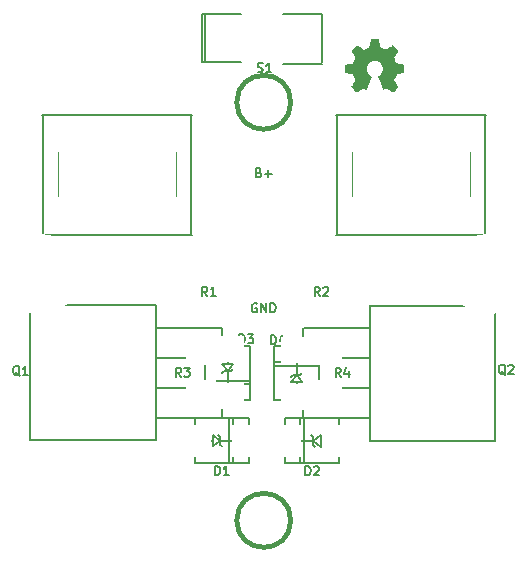
<source format=gto>
%FSLAX34Y34*%
G04 Gerber Fmt 3.4, Leading zero omitted, Abs format*
G04 (created by PCBNEW (2014-jan-25)-product) date Wed 23 Sep 2015 02:14:26 PM EDT*
%MOIN*%
G01*
G70*
G90*
G04 APERTURE LIST*
%ADD10C,0.005906*%
%ADD11C,0.005000*%
%ADD12C,0.015000*%
%ADD13C,0.002600*%
%ADD14C,0.008000*%
%ADD15C,0.000100*%
%ADD16C,0.006000*%
%ADD17R,0.370000X0.440000*%
%ADD18R,0.140000X0.090000*%
%ADD19C,0.140000*%
%ADD20R,0.100000X0.150000*%
%ADD21R,0.190000X0.190000*%
%ADD22C,0.055000*%
%ADD23C,0.270000*%
%ADD24R,0.465000X0.114000*%
%ADD25R,0.106600X0.090900*%
%ADD26R,0.100000X0.080000*%
%ADD27R,0.090900X0.106600*%
%ADD28R,0.420000X0.114000*%
G04 APERTURE END LIST*
G54D10*
G54D11*
X27231Y-23703D02*
X29444Y-23703D01*
X27231Y-22700D02*
X29436Y-22700D01*
X27235Y-21696D02*
X29456Y-21696D01*
X27235Y-20707D02*
X29444Y-20707D01*
X29448Y-24463D02*
X33621Y-24463D01*
X29448Y-19975D02*
X33621Y-19975D01*
X29449Y-24450D02*
X29449Y-19950D01*
X33630Y-19950D02*
X33630Y-24450D01*
X27230Y-21700D02*
X27230Y-20700D01*
X27230Y-23700D02*
X27230Y-22700D01*
X22306Y-19944D02*
X18125Y-19944D01*
X22306Y-24436D02*
X18133Y-24436D01*
X24519Y-20696D02*
X22314Y-20696D01*
X24523Y-21696D02*
X22310Y-21696D01*
X24519Y-22700D02*
X22310Y-22700D01*
X24519Y-23700D02*
X22310Y-23700D01*
X22305Y-19946D02*
X22305Y-24446D01*
X18125Y-24450D02*
X18125Y-19950D01*
X24525Y-22700D02*
X24525Y-23700D01*
X24525Y-20700D02*
X24525Y-21700D01*
G54D12*
X26805Y-13185D02*
G75*
G03X26805Y-13185I-900J0D01*
G74*
G01*
G54D11*
X23860Y-10250D02*
X23860Y-11850D01*
X23960Y-10250D02*
X23960Y-11850D01*
X25160Y-11850D02*
X23860Y-11850D01*
X25160Y-10250D02*
X23860Y-10250D01*
X26560Y-10250D02*
X27860Y-10250D01*
X27860Y-10250D02*
X27860Y-11850D01*
X27860Y-11900D02*
X26560Y-11900D01*
G54D13*
X19032Y-13908D02*
X20331Y-13908D01*
X21669Y-17292D02*
X22968Y-17292D01*
X19032Y-13908D02*
X19032Y-17292D01*
X19032Y-17292D02*
X22968Y-17292D01*
X22968Y-13908D02*
X22968Y-17292D01*
X19032Y-13908D02*
X22968Y-13908D01*
G54D14*
X23500Y-13600D02*
X18500Y-13600D01*
X18500Y-17600D02*
X23500Y-17600D01*
X23468Y-17600D02*
X23468Y-13600D01*
X18532Y-17600D02*
X18532Y-13600D01*
G54D11*
X24700Y-21900D02*
X24700Y-21820D01*
X25450Y-21300D02*
X25450Y-23100D01*
X25450Y-23100D02*
X25200Y-23100D01*
X23950Y-22460D02*
X25450Y-22460D01*
X23950Y-22590D02*
X25450Y-22590D01*
X24200Y-21300D02*
X23950Y-21300D01*
X23950Y-21300D02*
X23950Y-23100D01*
X23950Y-23100D02*
X24200Y-23100D01*
X25200Y-21300D02*
X25450Y-21300D01*
X24700Y-22150D02*
X24887Y-21900D01*
X24887Y-21900D02*
X24700Y-21900D01*
X24700Y-21900D02*
X24513Y-21900D01*
X24513Y-21900D02*
X24700Y-22150D01*
X24700Y-22150D02*
X24825Y-22150D01*
X24825Y-22150D02*
X24887Y-22088D01*
X24700Y-22150D02*
X24575Y-22150D01*
X24575Y-22150D02*
X24513Y-22212D01*
X24700Y-22150D02*
X24700Y-22587D01*
X27000Y-22520D02*
X27000Y-22600D01*
X26250Y-23120D02*
X26250Y-21320D01*
X26250Y-21320D02*
X26500Y-21320D01*
X27750Y-21960D02*
X26250Y-21960D01*
X27750Y-21830D02*
X26250Y-21830D01*
X27500Y-23120D02*
X27750Y-23120D01*
X27750Y-23120D02*
X27750Y-21320D01*
X27750Y-21320D02*
X27500Y-21320D01*
X26500Y-23120D02*
X26250Y-23120D01*
X27000Y-22270D02*
X26813Y-22520D01*
X26813Y-22520D02*
X27000Y-22520D01*
X27000Y-22520D02*
X27187Y-22520D01*
X27187Y-22520D02*
X27000Y-22270D01*
X27000Y-22270D02*
X26875Y-22270D01*
X26875Y-22270D02*
X26813Y-22332D01*
X27000Y-22270D02*
X27125Y-22270D01*
X27125Y-22270D02*
X27187Y-22208D01*
X27000Y-22270D02*
X27000Y-21833D01*
X29050Y-18500D02*
X28150Y-18500D01*
X28150Y-18500D02*
X28150Y-19150D01*
X29050Y-19850D02*
X29050Y-20500D01*
X29050Y-20500D02*
X28150Y-20500D01*
X28150Y-20500D02*
X28150Y-19850D01*
X29050Y-19150D02*
X29050Y-18500D01*
X27800Y-24475D02*
X27880Y-24475D01*
X28400Y-25225D02*
X26600Y-25225D01*
X26600Y-25225D02*
X26600Y-24975D01*
X27240Y-23725D02*
X27240Y-25225D01*
X27110Y-23725D02*
X27110Y-25225D01*
X28400Y-23975D02*
X28400Y-23725D01*
X28400Y-23725D02*
X26600Y-23725D01*
X26600Y-23725D02*
X26600Y-23975D01*
X28400Y-24975D02*
X28400Y-25225D01*
X27550Y-24475D02*
X27800Y-24662D01*
X27800Y-24662D02*
X27800Y-24475D01*
X27800Y-24475D02*
X27800Y-24288D01*
X27800Y-24288D02*
X27550Y-24475D01*
X27550Y-24475D02*
X27550Y-24600D01*
X27550Y-24600D02*
X27612Y-24662D01*
X27550Y-24475D02*
X27550Y-24350D01*
X27550Y-24350D02*
X27488Y-24288D01*
X27550Y-24475D02*
X27113Y-24475D01*
X24200Y-24470D02*
X24120Y-24470D01*
X23600Y-23720D02*
X25400Y-23720D01*
X25400Y-23720D02*
X25400Y-23970D01*
X24760Y-25220D02*
X24760Y-23720D01*
X24890Y-25220D02*
X24890Y-23720D01*
X23600Y-24970D02*
X23600Y-25220D01*
X23600Y-25220D02*
X25400Y-25220D01*
X25400Y-25220D02*
X25400Y-24970D01*
X23600Y-23970D02*
X23600Y-23720D01*
X24450Y-24470D02*
X24200Y-24283D01*
X24200Y-24283D02*
X24200Y-24470D01*
X24200Y-24470D02*
X24200Y-24657D01*
X24200Y-24657D02*
X24450Y-24470D01*
X24450Y-24470D02*
X24450Y-24345D01*
X24450Y-24345D02*
X24388Y-24283D01*
X24450Y-24470D02*
X24450Y-24595D01*
X24450Y-24595D02*
X24512Y-24657D01*
X24450Y-24470D02*
X24887Y-24470D01*
X23350Y-23200D02*
X24250Y-23200D01*
X24250Y-23200D02*
X24250Y-22550D01*
X23350Y-21850D02*
X23350Y-21200D01*
X23350Y-21200D02*
X24250Y-21200D01*
X24250Y-21200D02*
X24250Y-21850D01*
X23350Y-22550D02*
X23350Y-23200D01*
X28450Y-21200D02*
X27550Y-21200D01*
X27550Y-21200D02*
X27550Y-21850D01*
X28450Y-22550D02*
X28450Y-23200D01*
X28450Y-23200D02*
X27550Y-23200D01*
X27550Y-23200D02*
X27550Y-22550D01*
X28450Y-21850D02*
X28450Y-21200D01*
X23700Y-18500D02*
X22800Y-18500D01*
X22800Y-18500D02*
X22800Y-19150D01*
X23700Y-19850D02*
X23700Y-20500D01*
X23700Y-20500D02*
X22800Y-20500D01*
X22800Y-20500D02*
X22800Y-19850D01*
X23700Y-19150D02*
X23700Y-18500D01*
G54D13*
X28832Y-13908D02*
X30131Y-13908D01*
X31469Y-17292D02*
X32768Y-17292D01*
X28832Y-13908D02*
X28832Y-17292D01*
X28832Y-17292D02*
X32768Y-17292D01*
X32768Y-13908D02*
X32768Y-17292D01*
X28832Y-13908D02*
X32768Y-13908D01*
G54D14*
X33300Y-13600D02*
X28300Y-13600D01*
X28300Y-17600D02*
X33300Y-17600D01*
X33268Y-17600D02*
X33268Y-13600D01*
X28332Y-17600D02*
X28332Y-13600D01*
G54D12*
X26805Y-27120D02*
G75*
G03X26805Y-27120I-900J0D01*
G74*
G01*
G54D15*
G36*
X29014Y-12854D02*
X29024Y-12848D01*
X29047Y-12834D01*
X29080Y-12812D01*
X29119Y-12786D01*
X29158Y-12760D01*
X29190Y-12739D01*
X29212Y-12724D01*
X29222Y-12719D01*
X29227Y-12721D01*
X29245Y-12730D01*
X29272Y-12744D01*
X29288Y-12752D01*
X29312Y-12762D01*
X29325Y-12765D01*
X29327Y-12761D01*
X29336Y-12742D01*
X29350Y-12710D01*
X29368Y-12667D01*
X29390Y-12617D01*
X29412Y-12564D01*
X29435Y-12509D01*
X29457Y-12456D01*
X29476Y-12409D01*
X29492Y-12371D01*
X29502Y-12344D01*
X29506Y-12333D01*
X29505Y-12330D01*
X29492Y-12318D01*
X29471Y-12302D01*
X29424Y-12264D01*
X29378Y-12207D01*
X29350Y-12142D01*
X29341Y-12069D01*
X29349Y-12002D01*
X29375Y-11938D01*
X29420Y-11880D01*
X29475Y-11837D01*
X29539Y-11810D01*
X29610Y-11801D01*
X29678Y-11809D01*
X29744Y-11835D01*
X29802Y-11879D01*
X29827Y-11907D01*
X29861Y-11966D01*
X29880Y-12028D01*
X29882Y-12044D01*
X29879Y-12113D01*
X29859Y-12180D01*
X29822Y-12239D01*
X29771Y-12288D01*
X29765Y-12292D01*
X29742Y-12310D01*
X29726Y-12322D01*
X29714Y-12332D01*
X29802Y-12544D01*
X29816Y-12577D01*
X29840Y-12635D01*
X29861Y-12685D01*
X29878Y-12725D01*
X29890Y-12751D01*
X29895Y-12762D01*
X29895Y-12763D01*
X29903Y-12764D01*
X29919Y-12758D01*
X29949Y-12744D01*
X29968Y-12734D01*
X29991Y-12723D01*
X30001Y-12719D01*
X30010Y-12724D01*
X30031Y-12738D01*
X30063Y-12759D01*
X30101Y-12784D01*
X30137Y-12809D01*
X30170Y-12831D01*
X30194Y-12846D01*
X30206Y-12853D01*
X30208Y-12853D01*
X30218Y-12847D01*
X30237Y-12831D01*
X30266Y-12804D01*
X30307Y-12763D01*
X30313Y-12757D01*
X30347Y-12723D01*
X30374Y-12694D01*
X30392Y-12674D01*
X30399Y-12665D01*
X30399Y-12665D01*
X30393Y-12653D01*
X30378Y-12629D01*
X30356Y-12595D01*
X30329Y-12556D01*
X30259Y-12454D01*
X30297Y-12358D01*
X30309Y-12328D01*
X30324Y-12293D01*
X30335Y-12267D01*
X30341Y-12256D01*
X30351Y-12252D01*
X30378Y-12246D01*
X30416Y-12238D01*
X30461Y-12230D01*
X30505Y-12222D01*
X30544Y-12214D01*
X30572Y-12209D01*
X30585Y-12206D01*
X30588Y-12204D01*
X30591Y-12198D01*
X30592Y-12185D01*
X30593Y-12161D01*
X30594Y-12124D01*
X30594Y-12069D01*
X30594Y-12063D01*
X30593Y-12012D01*
X30592Y-11970D01*
X30591Y-11944D01*
X30589Y-11933D01*
X30589Y-11933D01*
X30577Y-11930D01*
X30549Y-11924D01*
X30510Y-11917D01*
X30463Y-11908D01*
X30460Y-11907D01*
X30414Y-11898D01*
X30375Y-11890D01*
X30347Y-11884D01*
X30336Y-11880D01*
X30333Y-11877D01*
X30324Y-11859D01*
X30311Y-11830D01*
X30295Y-11795D01*
X30280Y-11758D01*
X30267Y-11725D01*
X30258Y-11701D01*
X30255Y-11690D01*
X30256Y-11689D01*
X30263Y-11678D01*
X30279Y-11654D01*
X30301Y-11621D01*
X30328Y-11581D01*
X30330Y-11578D01*
X30357Y-11539D01*
X30379Y-11505D01*
X30393Y-11482D01*
X30399Y-11471D01*
X30399Y-11470D01*
X30390Y-11458D01*
X30370Y-11436D01*
X30341Y-11406D01*
X30307Y-11371D01*
X30296Y-11361D01*
X30257Y-11323D01*
X30231Y-11299D01*
X30214Y-11286D01*
X30206Y-11283D01*
X30206Y-11283D01*
X30194Y-11290D01*
X30169Y-11306D01*
X30136Y-11329D01*
X30096Y-11356D01*
X30093Y-11358D01*
X30054Y-11385D01*
X30021Y-11407D01*
X29998Y-11423D01*
X29987Y-11429D01*
X29986Y-11429D01*
X29970Y-11424D01*
X29942Y-11414D01*
X29907Y-11401D01*
X29871Y-11386D01*
X29838Y-11372D01*
X29813Y-11361D01*
X29801Y-11354D01*
X29801Y-11354D01*
X29797Y-11340D01*
X29790Y-11310D01*
X29782Y-11270D01*
X29772Y-11222D01*
X29771Y-11214D01*
X29762Y-11167D01*
X29755Y-11128D01*
X29749Y-11101D01*
X29746Y-11090D01*
X29740Y-11089D01*
X29717Y-11087D01*
X29682Y-11086D01*
X29639Y-11086D01*
X29595Y-11086D01*
X29552Y-11087D01*
X29515Y-11088D01*
X29488Y-11090D01*
X29477Y-11092D01*
X29477Y-11093D01*
X29473Y-11108D01*
X29466Y-11137D01*
X29458Y-11178D01*
X29449Y-11226D01*
X29447Y-11235D01*
X29438Y-11281D01*
X29430Y-11320D01*
X29425Y-11346D01*
X29422Y-11357D01*
X29417Y-11359D01*
X29398Y-11367D01*
X29367Y-11380D01*
X29328Y-11396D01*
X29238Y-11432D01*
X29127Y-11357D01*
X29117Y-11350D01*
X29077Y-11323D01*
X29045Y-11301D01*
X29022Y-11286D01*
X29013Y-11281D01*
X29012Y-11281D01*
X29001Y-11291D01*
X28979Y-11312D01*
X28949Y-11341D01*
X28914Y-11375D01*
X28889Y-11401D01*
X28858Y-11432D01*
X28839Y-11453D01*
X28828Y-11466D01*
X28825Y-11474D01*
X28826Y-11480D01*
X28833Y-11491D01*
X28849Y-11515D01*
X28872Y-11549D01*
X28899Y-11588D01*
X28921Y-11621D01*
X28945Y-11658D01*
X28960Y-11684D01*
X28966Y-11697D01*
X28964Y-11702D01*
X28957Y-11724D01*
X28943Y-11757D01*
X28927Y-11796D01*
X28888Y-11883D01*
X28831Y-11894D01*
X28796Y-11901D01*
X28748Y-11910D01*
X28701Y-11919D01*
X28629Y-11933D01*
X28626Y-12199D01*
X28637Y-12204D01*
X28648Y-12207D01*
X28675Y-12213D01*
X28713Y-12221D01*
X28759Y-12229D01*
X28797Y-12236D01*
X28836Y-12244D01*
X28864Y-12249D01*
X28876Y-12252D01*
X28880Y-12256D01*
X28889Y-12275D01*
X28903Y-12305D01*
X28919Y-12341D01*
X28934Y-12378D01*
X28948Y-12413D01*
X28957Y-12439D01*
X28961Y-12452D01*
X28956Y-12463D01*
X28941Y-12486D01*
X28920Y-12518D01*
X28893Y-12557D01*
X28867Y-12595D01*
X28844Y-12628D01*
X28829Y-12652D01*
X28822Y-12663D01*
X28826Y-12670D01*
X28841Y-12689D01*
X28870Y-12719D01*
X28914Y-12762D01*
X28921Y-12769D01*
X28955Y-12802D01*
X28984Y-12829D01*
X29005Y-12847D01*
X29014Y-12854D01*
X29014Y-12854D01*
G37*
G54D16*
X33961Y-22259D02*
X33932Y-22245D01*
X33904Y-22216D01*
X33861Y-22173D01*
X33832Y-22159D01*
X33804Y-22159D01*
X33818Y-22230D02*
X33790Y-22216D01*
X33761Y-22187D01*
X33747Y-22130D01*
X33747Y-22030D01*
X33761Y-21973D01*
X33790Y-21945D01*
X33818Y-21930D01*
X33875Y-21930D01*
X33904Y-21945D01*
X33932Y-21973D01*
X33947Y-22030D01*
X33947Y-22130D01*
X33932Y-22187D01*
X33904Y-22216D01*
X33875Y-22230D01*
X33818Y-22230D01*
X34061Y-21959D02*
X34075Y-21945D01*
X34104Y-21930D01*
X34175Y-21930D01*
X34204Y-21945D01*
X34218Y-21959D01*
X34232Y-21987D01*
X34232Y-22016D01*
X34218Y-22059D01*
X34047Y-22230D01*
X34232Y-22230D01*
X17776Y-22304D02*
X17747Y-22290D01*
X17719Y-22261D01*
X17676Y-22218D01*
X17647Y-22204D01*
X17619Y-22204D01*
X17633Y-22275D02*
X17605Y-22261D01*
X17576Y-22232D01*
X17562Y-22175D01*
X17562Y-22075D01*
X17576Y-22018D01*
X17605Y-21990D01*
X17633Y-21975D01*
X17690Y-21975D01*
X17719Y-21990D01*
X17747Y-22018D01*
X17762Y-22075D01*
X17762Y-22175D01*
X17747Y-22232D01*
X17719Y-22261D01*
X17690Y-22275D01*
X17633Y-22275D01*
X18047Y-22275D02*
X17876Y-22275D01*
X17962Y-22275D02*
X17962Y-21975D01*
X17933Y-22018D01*
X17905Y-22047D01*
X17876Y-22061D01*
G54D11*
X25701Y-12161D02*
X25744Y-12175D01*
X25815Y-12175D01*
X25844Y-12161D01*
X25858Y-12147D01*
X25872Y-12118D01*
X25872Y-12090D01*
X25858Y-12061D01*
X25844Y-12047D01*
X25815Y-12032D01*
X25758Y-12018D01*
X25730Y-12004D01*
X25715Y-11990D01*
X25701Y-11961D01*
X25701Y-11932D01*
X25715Y-11904D01*
X25730Y-11890D01*
X25758Y-11875D01*
X25830Y-11875D01*
X25872Y-11890D01*
X26158Y-12175D02*
X25987Y-12175D01*
X26072Y-12175D02*
X26072Y-11875D01*
X26044Y-11918D01*
X26015Y-11947D01*
X25987Y-11961D01*
X25671Y-19900D02*
X25642Y-19885D01*
X25600Y-19885D01*
X25557Y-19900D01*
X25528Y-19928D01*
X25514Y-19957D01*
X25500Y-20014D01*
X25500Y-20057D01*
X25514Y-20114D01*
X25528Y-20142D01*
X25557Y-20171D01*
X25600Y-20185D01*
X25628Y-20185D01*
X25671Y-20171D01*
X25685Y-20157D01*
X25685Y-20057D01*
X25628Y-20057D01*
X25814Y-20185D02*
X25814Y-19885D01*
X25985Y-20185D01*
X25985Y-19885D01*
X26128Y-20185D02*
X26128Y-19885D01*
X26200Y-19885D01*
X26242Y-19900D01*
X26271Y-19928D01*
X26285Y-19957D01*
X26300Y-20014D01*
X26300Y-20057D01*
X26285Y-20114D01*
X26271Y-20142D01*
X26242Y-20171D01*
X26200Y-20185D01*
X26128Y-20185D01*
X25093Y-21225D02*
X25093Y-20925D01*
X25165Y-20925D01*
X25207Y-20940D01*
X25236Y-20968D01*
X25250Y-20997D01*
X25265Y-21054D01*
X25265Y-21097D01*
X25250Y-21154D01*
X25236Y-21182D01*
X25207Y-21211D01*
X25165Y-21225D01*
X25093Y-21225D01*
X25365Y-20925D02*
X25550Y-20925D01*
X25450Y-21040D01*
X25493Y-21040D01*
X25522Y-21054D01*
X25536Y-21068D01*
X25550Y-21097D01*
X25550Y-21168D01*
X25536Y-21197D01*
X25522Y-21211D01*
X25493Y-21225D01*
X25407Y-21225D01*
X25379Y-21211D01*
X25365Y-21197D01*
X26153Y-21255D02*
X26153Y-20955D01*
X26225Y-20955D01*
X26267Y-20970D01*
X26296Y-20998D01*
X26310Y-21027D01*
X26325Y-21084D01*
X26325Y-21127D01*
X26310Y-21184D01*
X26296Y-21212D01*
X26267Y-21241D01*
X26225Y-21255D01*
X26153Y-21255D01*
X26582Y-21055D02*
X26582Y-21255D01*
X26510Y-20941D02*
X26439Y-21155D01*
X26625Y-21155D01*
X27775Y-19635D02*
X27675Y-19492D01*
X27603Y-19635D02*
X27603Y-19335D01*
X27717Y-19335D01*
X27746Y-19350D01*
X27760Y-19364D01*
X27775Y-19392D01*
X27775Y-19435D01*
X27760Y-19464D01*
X27746Y-19478D01*
X27717Y-19492D01*
X27603Y-19492D01*
X27889Y-19364D02*
X27903Y-19350D01*
X27932Y-19335D01*
X28003Y-19335D01*
X28032Y-19350D01*
X28046Y-19364D01*
X28060Y-19392D01*
X28060Y-19421D01*
X28046Y-19464D01*
X27875Y-19635D01*
X28060Y-19635D01*
X27293Y-25615D02*
X27293Y-25315D01*
X27365Y-25315D01*
X27407Y-25330D01*
X27436Y-25358D01*
X27450Y-25387D01*
X27465Y-25444D01*
X27465Y-25487D01*
X27450Y-25544D01*
X27436Y-25572D01*
X27407Y-25601D01*
X27365Y-25615D01*
X27293Y-25615D01*
X27579Y-25344D02*
X27593Y-25330D01*
X27622Y-25315D01*
X27693Y-25315D01*
X27722Y-25330D01*
X27736Y-25344D01*
X27750Y-25372D01*
X27750Y-25401D01*
X27736Y-25444D01*
X27565Y-25615D01*
X27750Y-25615D01*
X24278Y-25615D02*
X24278Y-25315D01*
X24350Y-25315D01*
X24392Y-25330D01*
X24421Y-25358D01*
X24435Y-25387D01*
X24450Y-25444D01*
X24450Y-25487D01*
X24435Y-25544D01*
X24421Y-25572D01*
X24392Y-25601D01*
X24350Y-25615D01*
X24278Y-25615D01*
X24735Y-25615D02*
X24564Y-25615D01*
X24650Y-25615D02*
X24650Y-25315D01*
X24621Y-25358D01*
X24592Y-25387D01*
X24564Y-25401D01*
X23150Y-22335D02*
X23050Y-22192D01*
X22978Y-22335D02*
X22978Y-22035D01*
X23092Y-22035D01*
X23121Y-22050D01*
X23135Y-22064D01*
X23150Y-22092D01*
X23150Y-22135D01*
X23135Y-22164D01*
X23121Y-22178D01*
X23092Y-22192D01*
X22978Y-22192D01*
X23250Y-22035D02*
X23435Y-22035D01*
X23335Y-22150D01*
X23378Y-22150D01*
X23407Y-22164D01*
X23421Y-22178D01*
X23435Y-22207D01*
X23435Y-22278D01*
X23421Y-22307D01*
X23407Y-22321D01*
X23378Y-22335D01*
X23292Y-22335D01*
X23264Y-22321D01*
X23250Y-22307D01*
X28475Y-22335D02*
X28375Y-22192D01*
X28303Y-22335D02*
X28303Y-22035D01*
X28417Y-22035D01*
X28446Y-22050D01*
X28460Y-22064D01*
X28475Y-22092D01*
X28475Y-22135D01*
X28460Y-22164D01*
X28446Y-22178D01*
X28417Y-22192D01*
X28303Y-22192D01*
X28732Y-22135D02*
X28732Y-22335D01*
X28660Y-22021D02*
X28589Y-22235D01*
X28775Y-22235D01*
X24025Y-19635D02*
X23925Y-19492D01*
X23853Y-19635D02*
X23853Y-19335D01*
X23967Y-19335D01*
X23996Y-19350D01*
X24010Y-19364D01*
X24025Y-19392D01*
X24025Y-19435D01*
X24010Y-19464D01*
X23996Y-19478D01*
X23967Y-19492D01*
X23853Y-19492D01*
X24310Y-19635D02*
X24139Y-19635D01*
X24225Y-19635D02*
X24225Y-19335D01*
X24196Y-19378D01*
X24167Y-19407D01*
X24139Y-19421D01*
X25735Y-15528D02*
X25778Y-15542D01*
X25792Y-15557D01*
X25807Y-15585D01*
X25807Y-15628D01*
X25792Y-15657D01*
X25778Y-15671D01*
X25750Y-15685D01*
X25635Y-15685D01*
X25635Y-15385D01*
X25735Y-15385D01*
X25764Y-15400D01*
X25778Y-15414D01*
X25792Y-15442D01*
X25792Y-15471D01*
X25778Y-15500D01*
X25764Y-15514D01*
X25735Y-15528D01*
X25635Y-15528D01*
X25935Y-15571D02*
X26164Y-15571D01*
X26050Y-15685D02*
X26050Y-15457D01*
%LPC*%
G54D17*
X31730Y-22200D03*
G54D18*
X27980Y-21200D03*
X27980Y-23200D03*
G54D17*
X20025Y-22200D03*
G54D18*
X23775Y-23200D03*
X23775Y-21200D03*
G54D19*
X25905Y-13185D03*
G54D20*
X27320Y-11070D03*
X24500Y-11050D03*
G54D21*
X26100Y-18900D03*
G54D22*
X25450Y-19550D03*
X25450Y-18250D03*
X26750Y-18250D03*
X26750Y-19550D03*
G54D23*
X33400Y-18900D03*
X18400Y-18900D03*
G54D24*
X21000Y-14290D03*
X21000Y-16910D03*
G54D25*
X24700Y-21410D03*
X24700Y-22990D03*
X27000Y-23010D03*
X27000Y-21430D03*
G54D26*
X28600Y-18850D03*
X28600Y-20150D03*
G54D27*
X28290Y-24475D03*
X26710Y-24475D03*
X23710Y-24470D03*
X25290Y-24470D03*
G54D26*
X23800Y-22850D03*
X23800Y-21550D03*
X28000Y-21550D03*
X28000Y-22850D03*
X23250Y-18850D03*
X23250Y-20150D03*
G54D24*
X30800Y-14290D03*
X30800Y-16910D03*
G54D28*
X25900Y-16600D03*
G54D22*
X24900Y-16600D03*
X24050Y-16600D03*
X26900Y-16600D03*
X27750Y-16600D03*
G54D19*
X25905Y-27120D03*
M02*

</source>
